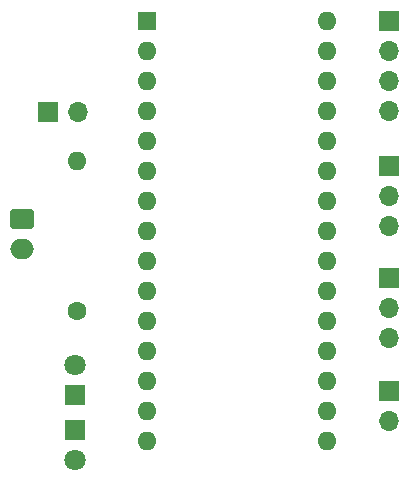
<source format=gbr>
%TF.GenerationSoftware,KiCad,Pcbnew,8.0.3*%
%TF.CreationDate,2024-09-13T10:49:28+02:00*%
%TF.ProjectId,pcb_robot,7063625f-726f-4626-9f74-2e6b69636164,rev?*%
%TF.SameCoordinates,Original*%
%TF.FileFunction,Soldermask,Bot*%
%TF.FilePolarity,Negative*%
%FSLAX46Y46*%
G04 Gerber Fmt 4.6, Leading zero omitted, Abs format (unit mm)*
G04 Created by KiCad (PCBNEW 8.0.3) date 2024-09-13 10:49:28*
%MOMM*%
%LPD*%
G01*
G04 APERTURE LIST*
G04 Aperture macros list*
%AMRoundRect*
0 Rectangle with rounded corners*
0 $1 Rounding radius*
0 $2 $3 $4 $5 $6 $7 $8 $9 X,Y pos of 4 corners*
0 Add a 4 corners polygon primitive as box body*
4,1,4,$2,$3,$4,$5,$6,$7,$8,$9,$2,$3,0*
0 Add four circle primitives for the rounded corners*
1,1,$1+$1,$2,$3*
1,1,$1+$1,$4,$5*
1,1,$1+$1,$6,$7*
1,1,$1+$1,$8,$9*
0 Add four rect primitives between the rounded corners*
20,1,$1+$1,$2,$3,$4,$5,0*
20,1,$1+$1,$4,$5,$6,$7,0*
20,1,$1+$1,$6,$7,$8,$9,0*
20,1,$1+$1,$8,$9,$2,$3,0*%
G04 Aperture macros list end*
%ADD10R,1.700000X1.700000*%
%ADD11O,1.700000X1.700000*%
%ADD12RoundRect,0.250000X-0.750000X0.600000X-0.750000X-0.600000X0.750000X-0.600000X0.750000X0.600000X0*%
%ADD13O,2.000000X1.700000*%
%ADD14C,1.800000*%
%ADD15R,1.800000X1.800000*%
%ADD16C,1.600000*%
%ADD17O,1.600000X1.600000*%
%ADD18R,1.600000X1.600000*%
G04 APERTURE END LIST*
D10*
%TO.C,J6*%
X155503632Y-94025000D03*
D11*
X155503632Y-96565000D03*
%TD*%
%TO.C,J7*%
X155500000Y-70345000D03*
X155500000Y-67805000D03*
X155500000Y-65265000D03*
D10*
X155500000Y-62725000D03*
%TD*%
%TO.C,J4*%
X126625000Y-70475000D03*
D11*
X129165000Y-70475000D03*
%TD*%
D10*
%TO.C,J3*%
X155500000Y-75000000D03*
D11*
X155500000Y-77540000D03*
X155500000Y-80080000D03*
%TD*%
D12*
%TO.C,J5*%
X124400000Y-79500000D03*
D13*
X124400000Y-82000000D03*
%TD*%
D14*
%TO.C,D1*%
X128900000Y-91860000D03*
D15*
X128900000Y-94400000D03*
%TD*%
D14*
%TO.C,D2*%
X128900000Y-99890000D03*
D15*
X128900000Y-97350000D03*
%TD*%
D16*
%TO.C,F1*%
X129100000Y-87250000D03*
D17*
X129100000Y-74550000D03*
%TD*%
D11*
%TO.C,J2*%
X155500000Y-89595000D03*
X155500000Y-87055000D03*
D10*
X155500000Y-84515000D03*
%TD*%
D17*
%TO.C,A1*%
X150230000Y-62750000D03*
X150230000Y-65290000D03*
X150230000Y-67830000D03*
X150230000Y-70370000D03*
X150230000Y-72910000D03*
X150230000Y-75450000D03*
X150230000Y-77990000D03*
X150230000Y-80530000D03*
X150230000Y-83070000D03*
X150230000Y-85610000D03*
X150230000Y-88150000D03*
X150230000Y-90690000D03*
X150230000Y-93230000D03*
X150230000Y-95770000D03*
X150230000Y-98310000D03*
X134990000Y-98310000D03*
X134990000Y-95770000D03*
X134990000Y-93230000D03*
X134990000Y-90690000D03*
X134990000Y-88150000D03*
X134990000Y-85610000D03*
X134990000Y-83070000D03*
X134990000Y-80530000D03*
X134990000Y-77990000D03*
X134990000Y-75450000D03*
X134990000Y-72910000D03*
X134990000Y-70370000D03*
X134990000Y-67830000D03*
X134990000Y-65290000D03*
D18*
X134990000Y-62750000D03*
%TD*%
M02*

</source>
